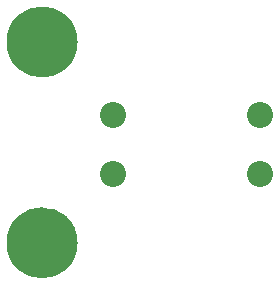
<source format=gbs>
%FSLAX25Y25*%
%MOIN*%
G70*
G01*
G75*
G04 Layer_Color=16711935*
%ADD10R,0.02362X0.03150*%
%ADD11R,0.11811X0.03937*%
%ADD12R,0.11811X0.05906*%
%ADD13C,0.01000*%
%ADD14C,0.07874*%
%ADD15C,0.03937*%
%ADD16C,0.23622*%
%ADD17C,0.00300*%
%ADD18C,0.00500*%
%ADD19C,0.00394*%
%ADD20C,0.05906*%
%ADD21R,0.03162X0.03950*%
%ADD22R,0.12611X0.04737*%
%ADD23R,0.12611X0.06706*%
%ADD24C,0.08674*%
D15*
X7516Y86972D02*
D03*
X20043D02*
D03*
X13780Y89567D02*
D03*
X4921Y80709D02*
D03*
X7516Y74445D02*
D03*
X13780Y71850D02*
D03*
X20043Y74445D02*
D03*
X22638Y80709D02*
D03*
X7516Y20043D02*
D03*
X20043D02*
D03*
X13780Y22638D02*
D03*
X4921Y13780D02*
D03*
X7516Y7516D02*
D03*
X13780Y4921D02*
D03*
X20043Y7516D02*
D03*
X22638Y13780D02*
D03*
D16*
X13780Y80709D02*
D03*
Y13780D02*
D03*
D20*
X22638Y80709D02*
G03*
X22638Y80709I-8858J0D01*
G01*
Y13780D02*
G03*
X22638Y13780I-8858J0D01*
G01*
D24*
X37252Y56449D02*
D03*
X86465Y36764D02*
D03*
Y56449D02*
D03*
X37252Y36764D02*
D03*
M02*

</source>
